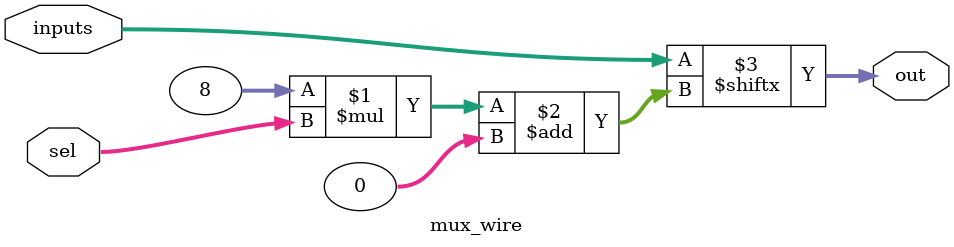
<source format=v>
module mux_reg #(
    parameter SEL_WIDTH = 2,           // Number of select bits
    parameter DATA_WIDTH = 8           // Width of each input/output
)(
    input wire clk,
    input wire [SEL_WIDTH-1:0] sel,
    input wire [DATA_WIDTH*(2**SEL_WIDTH)-1:0] inputs,  // Packed array of all inputs
    output reg [DATA_WIDTH-1:0] out
);

    // Directly select the appropriate slice using part-select
    always @(posedge clk) begin
        out <= inputs[DATA_WIDTH*sel +: DATA_WIDTH];
    end
endmodule

module mux_wire #(
    parameter SEL_WIDTH = 2,           // Number of select bits
    parameter DATA_WIDTH = 8           // Width of each input/output
)(
    input wire [SEL_WIDTH-1:0] sel,
    input wire [DATA_WIDTH*(2**SEL_WIDTH)-1:0] inputs,  // Packed array of all inputs
    output wire [DATA_WIDTH-1:0] out
);

    // Directly select the appropriate slice using part-select
    assign out = inputs[DATA_WIDTH*sel +: DATA_WIDTH];
endmodule

</source>
